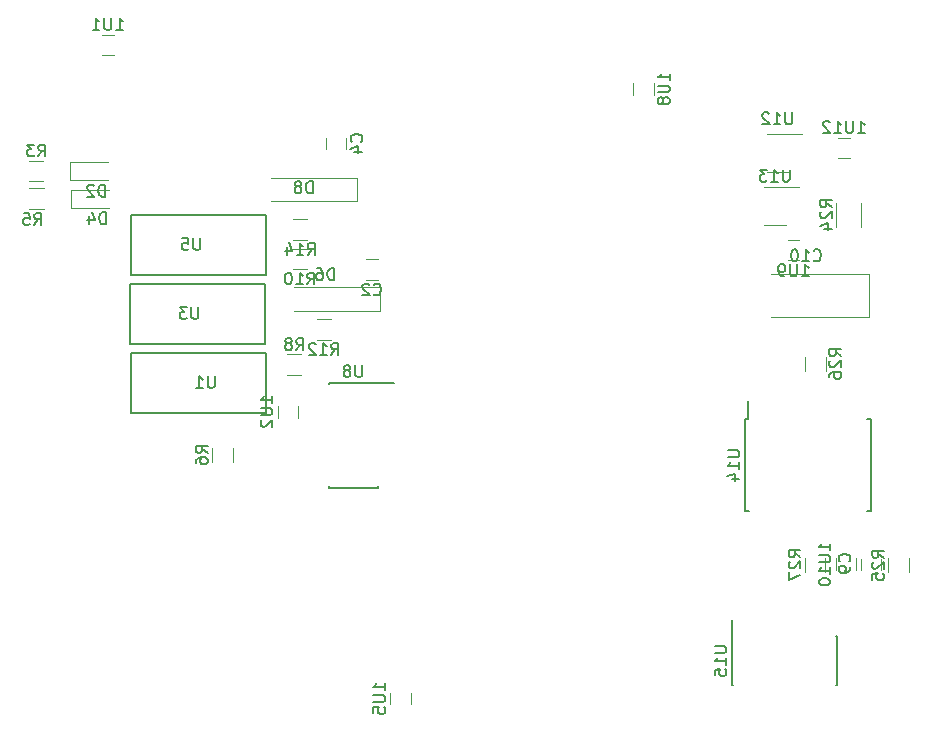
<source format=gbr>
%TF.GenerationSoftware,KiCad,Pcbnew,4.0.7*%
%TF.CreationDate,2018-03-19T17:58:48+01:00*%
%TF.ProjectId,dispenser,64697370656E7365722E6B696361645F,A*%
%TF.FileFunction,Legend,Bot*%
%FSLAX46Y46*%
G04 Gerber Fmt 4.6, Leading zero omitted, Abs format (unit mm)*
G04 Created by KiCad (PCBNEW 4.0.7) date 03/19/18 17:58:48*
%MOMM*%
%LPD*%
G01*
G04 APERTURE LIST*
%ADD10C,0.100000*%
%ADD11C,0.120000*%
%ADD12C,0.150000*%
G04 APERTURE END LIST*
D10*
D11*
X19870800Y52562000D02*
X16670800Y52562000D01*
X16670800Y51062000D02*
X19870800Y51062000D01*
X16670800Y51062000D02*
X16670800Y52562000D01*
X19263600Y65666800D02*
X20263600Y65666800D01*
X20263600Y63966800D02*
X19263600Y63966800D01*
X34153600Y33278000D02*
X34153600Y34278000D01*
X35853600Y34278000D02*
X35853600Y33278000D01*
X43704000Y8995600D02*
X43704000Y9995600D01*
X45404000Y9995600D02*
X45404000Y8995600D01*
X65978000Y61608400D02*
X65978000Y60608400D01*
X64278000Y60608400D02*
X64278000Y61608400D01*
X78328000Y46593200D02*
X77328000Y46593200D01*
X77328000Y48293200D02*
X78328000Y48293200D01*
X81397600Y20354800D02*
X81397600Y21354800D01*
X83097600Y21354800D02*
X83097600Y20354800D01*
X81595200Y56929200D02*
X82595200Y56929200D01*
X82595200Y55229200D02*
X81595200Y55229200D01*
X42615600Y44967600D02*
X41615600Y44967600D01*
X41615600Y46667600D02*
X42615600Y46667600D01*
X39968400Y56985600D02*
X39968400Y55985600D01*
X38268400Y55985600D02*
X38268400Y56985600D01*
X83531200Y20344000D02*
X83531200Y21344000D01*
X85231200Y21344000D02*
X85231200Y20344000D01*
X84196492Y45470668D02*
X75896492Y45470668D01*
X84196492Y41770668D02*
X75896492Y41770668D01*
X84196492Y45470668D02*
X84196492Y41770668D01*
X19798400Y54898800D02*
X16598400Y54898800D01*
X16598400Y53398800D02*
X19798400Y53398800D01*
X16598400Y53398800D02*
X16598400Y54898800D01*
X35555600Y44328400D02*
X42855600Y44328400D01*
X42855600Y44328400D02*
X42855600Y42328400D01*
X42855600Y42328400D02*
X35555600Y42328400D01*
X33574400Y53574000D02*
X40874400Y53574000D01*
X40874400Y53574000D02*
X40874400Y51574000D01*
X40874400Y51574000D02*
X33574400Y51574000D01*
X13118400Y53268800D02*
X14318400Y53268800D01*
X14318400Y55028800D02*
X13118400Y55028800D01*
X13140000Y50932000D02*
X14340000Y50932000D01*
X14340000Y52692000D02*
X13140000Y52692000D01*
X30346400Y29520400D02*
X30346400Y30720400D01*
X28586400Y30720400D02*
X28586400Y29520400D01*
X34962400Y36860400D02*
X36162400Y36860400D01*
X36162400Y38620400D02*
X34962400Y38620400D01*
X36627101Y47584691D02*
X35427101Y47584691D01*
X35427101Y45824691D02*
X36627101Y45824691D01*
X38651600Y41617600D02*
X37451600Y41617600D01*
X37451600Y39857600D02*
X38651600Y39857600D01*
X36670400Y50101200D02*
X35470400Y50101200D01*
X35470400Y48341200D02*
X36670400Y48341200D01*
X83547892Y49453268D02*
X83547892Y51453268D01*
X81407892Y51453268D02*
X81407892Y49453268D01*
X87598000Y20173200D02*
X87598000Y21373200D01*
X85838000Y21373200D02*
X85838000Y20173200D01*
X78827600Y38442000D02*
X78827600Y37242000D01*
X80587600Y37242000D02*
X80587600Y38442000D01*
X80536800Y20224000D02*
X80536800Y21424000D01*
X78776800Y21424000D02*
X78776800Y20224000D01*
D12*
X31861501Y38779891D02*
X21701501Y38779891D01*
X21701501Y38779891D02*
X21701501Y33699891D01*
X21701501Y33699891D02*
X33131501Y33699891D01*
X33131501Y33699891D02*
X33131501Y38779891D01*
X33131501Y38779891D02*
X31861501Y38779891D01*
X22950301Y39541891D02*
X33110301Y39541891D01*
X33110301Y39541891D02*
X33110301Y44621891D01*
X33110301Y44621891D02*
X21680301Y44621891D01*
X21680301Y44621891D02*
X21680301Y39541891D01*
X21680301Y39541891D02*
X22950301Y39541891D01*
X23022301Y45383891D02*
X33182301Y45383891D01*
X33182301Y45383891D02*
X33182301Y50463891D01*
X33182301Y50463891D02*
X21752301Y50463891D01*
X21752301Y50463891D02*
X21752301Y45383891D01*
X21752301Y45383891D02*
X23022301Y45383891D01*
X42615800Y36246800D02*
X42615800Y36221800D01*
X38465800Y36246800D02*
X38465800Y36131800D01*
X38465800Y27346800D02*
X38465800Y27461800D01*
X42615800Y27346800D02*
X42615800Y27461800D01*
X42615800Y36246800D02*
X38465800Y36246800D01*
X42615800Y27346800D02*
X38465800Y27346800D01*
X42615800Y36221800D02*
X43990800Y36221800D01*
D11*
X77371532Y54056206D02*
X75571532Y54056206D01*
X75571532Y57276206D02*
X78521532Y57276206D01*
X77154892Y49605268D02*
X75354892Y49605268D01*
X75354892Y52825268D02*
X78304892Y52825268D01*
D12*
X73722200Y33131800D02*
X73997200Y33131800D01*
X73722200Y25381800D02*
X74077200Y25381800D01*
X84372200Y25381800D02*
X84017200Y25381800D01*
X84372200Y33131800D02*
X84017200Y33131800D01*
X73722200Y33131800D02*
X73722200Y25381800D01*
X84372200Y33131800D02*
X84372200Y25381800D01*
X73997200Y33131800D02*
X73997200Y34656800D01*
X72616000Y14771000D02*
X72641000Y14771000D01*
X72616000Y10621000D02*
X72731000Y10621000D01*
X81516000Y10621000D02*
X81401000Y10621000D01*
X81516000Y14771000D02*
X81401000Y14771000D01*
X72616000Y14771000D02*
X72616000Y10621000D01*
X81516000Y14771000D02*
X81516000Y10621000D01*
X72641000Y14771000D02*
X72641000Y16146000D01*
X19608895Y49659619D02*
X19608895Y50659619D01*
X19370800Y50659619D01*
X19227942Y50612000D01*
X19132704Y50516762D01*
X19085085Y50421524D01*
X19037466Y50231048D01*
X19037466Y50088190D01*
X19085085Y49897714D01*
X19132704Y49802476D01*
X19227942Y49707238D01*
X19370800Y49659619D01*
X19608895Y49659619D01*
X18180323Y50326286D02*
X18180323Y49659619D01*
X18418419Y50707238D02*
X18656514Y49992952D01*
X18037466Y49992952D01*
X20477885Y66114419D02*
X21049314Y66114419D01*
X20763600Y66114419D02*
X20763600Y67114419D01*
X20858838Y66971562D01*
X20954076Y66876324D01*
X21049314Y66828705D01*
X20049314Y67114419D02*
X20049314Y66304895D01*
X20001695Y66209657D01*
X19954076Y66162038D01*
X19858838Y66114419D01*
X19668361Y66114419D01*
X19573123Y66162038D01*
X19525504Y66209657D01*
X19477885Y66304895D01*
X19477885Y67114419D01*
X18477885Y66114419D02*
X19049314Y66114419D01*
X18763600Y66114419D02*
X18763600Y67114419D01*
X18858838Y66971562D01*
X18954076Y66876324D01*
X19049314Y66828705D01*
X33705981Y34492285D02*
X33705981Y35063714D01*
X33705981Y34778000D02*
X32705981Y34778000D01*
X32848838Y34873238D01*
X32944076Y34968476D01*
X32991695Y35063714D01*
X32705981Y34063714D02*
X33515505Y34063714D01*
X33610743Y34016095D01*
X33658362Y33968476D01*
X33705981Y33873238D01*
X33705981Y33682761D01*
X33658362Y33587523D01*
X33610743Y33539904D01*
X33515505Y33492285D01*
X32705981Y33492285D01*
X32801219Y33063714D02*
X32753600Y33016095D01*
X32705981Y32920857D01*
X32705981Y32682761D01*
X32753600Y32587523D01*
X32801219Y32539904D01*
X32896457Y32492285D01*
X32991695Y32492285D01*
X33134552Y32539904D01*
X33705981Y33111333D01*
X33705981Y32492285D01*
X43256381Y10209885D02*
X43256381Y10781314D01*
X43256381Y10495600D02*
X42256381Y10495600D01*
X42399238Y10590838D01*
X42494476Y10686076D01*
X42542095Y10781314D01*
X42256381Y9781314D02*
X43065905Y9781314D01*
X43161143Y9733695D01*
X43208762Y9686076D01*
X43256381Y9590838D01*
X43256381Y9400361D01*
X43208762Y9305123D01*
X43161143Y9257504D01*
X43065905Y9209885D01*
X42256381Y9209885D01*
X42256381Y8257504D02*
X42256381Y8733695D01*
X42732571Y8781314D01*
X42684952Y8733695D01*
X42637333Y8638457D01*
X42637333Y8400361D01*
X42684952Y8305123D01*
X42732571Y8257504D01*
X42827810Y8209885D01*
X43065905Y8209885D01*
X43161143Y8257504D01*
X43208762Y8305123D01*
X43256381Y8400361D01*
X43256381Y8638457D01*
X43208762Y8733695D01*
X43161143Y8781314D01*
X67330381Y61822685D02*
X67330381Y62394114D01*
X67330381Y62108400D02*
X66330381Y62108400D01*
X66473238Y62203638D01*
X66568476Y62298876D01*
X66616095Y62394114D01*
X66330381Y61394114D02*
X67139905Y61394114D01*
X67235143Y61346495D01*
X67282762Y61298876D01*
X67330381Y61203638D01*
X67330381Y61013161D01*
X67282762Y60917923D01*
X67235143Y60870304D01*
X67139905Y60822685D01*
X66330381Y60822685D01*
X66758952Y60203638D02*
X66711333Y60298876D01*
X66663714Y60346495D01*
X66568476Y60394114D01*
X66520857Y60394114D01*
X66425619Y60346495D01*
X66378000Y60298876D01*
X66330381Y60203638D01*
X66330381Y60013161D01*
X66378000Y59917923D01*
X66425619Y59870304D01*
X66520857Y59822685D01*
X66568476Y59822685D01*
X66663714Y59870304D01*
X66711333Y59917923D01*
X66758952Y60013161D01*
X66758952Y60203638D01*
X66806571Y60298876D01*
X66854190Y60346495D01*
X66949429Y60394114D01*
X67139905Y60394114D01*
X67235143Y60346495D01*
X67282762Y60298876D01*
X67330381Y60203638D01*
X67330381Y60013161D01*
X67282762Y59917923D01*
X67235143Y59870304D01*
X67139905Y59822685D01*
X66949429Y59822685D01*
X66854190Y59870304D01*
X66806571Y59917923D01*
X66758952Y60013161D01*
X78542285Y45240819D02*
X79113714Y45240819D01*
X78828000Y45240819D02*
X78828000Y46240819D01*
X78923238Y46097962D01*
X79018476Y46002724D01*
X79113714Y45955105D01*
X78113714Y46240819D02*
X78113714Y45431295D01*
X78066095Y45336057D01*
X78018476Y45288438D01*
X77923238Y45240819D01*
X77732761Y45240819D01*
X77637523Y45288438D01*
X77589904Y45336057D01*
X77542285Y45431295D01*
X77542285Y46240819D01*
X77018476Y45240819D02*
X76828000Y45240819D01*
X76732761Y45288438D01*
X76685142Y45336057D01*
X76589904Y45478914D01*
X76542285Y45669390D01*
X76542285Y46050343D01*
X76589904Y46145581D01*
X76637523Y46193200D01*
X76732761Y46240819D01*
X76923238Y46240819D01*
X77018476Y46193200D01*
X77066095Y46145581D01*
X77113714Y46050343D01*
X77113714Y45812248D01*
X77066095Y45717010D01*
X77018476Y45669390D01*
X76923238Y45621771D01*
X76732761Y45621771D01*
X76637523Y45669390D01*
X76589904Y45717010D01*
X76542285Y45812248D01*
X80949981Y22045276D02*
X80949981Y22616705D01*
X80949981Y22330991D02*
X79949981Y22330991D01*
X80092838Y22426229D01*
X80188076Y22521467D01*
X80235695Y22616705D01*
X79949981Y21616705D02*
X80759505Y21616705D01*
X80854743Y21569086D01*
X80902362Y21521467D01*
X80949981Y21426229D01*
X80949981Y21235752D01*
X80902362Y21140514D01*
X80854743Y21092895D01*
X80759505Y21045276D01*
X79949981Y21045276D01*
X80949981Y20045276D02*
X80949981Y20616705D01*
X80949981Y20330991D02*
X79949981Y20330991D01*
X80092838Y20426229D01*
X80188076Y20521467D01*
X80235695Y20616705D01*
X79949981Y19426229D02*
X79949981Y19330990D01*
X79997600Y19235752D01*
X80045219Y19188133D01*
X80140457Y19140514D01*
X80330933Y19092895D01*
X80569029Y19092895D01*
X80759505Y19140514D01*
X80854743Y19188133D01*
X80902362Y19235752D01*
X80949981Y19330990D01*
X80949981Y19426229D01*
X80902362Y19521467D01*
X80854743Y19569086D01*
X80759505Y19616705D01*
X80569029Y19664324D01*
X80330933Y19664324D01*
X80140457Y19616705D01*
X80045219Y19569086D01*
X79997600Y19521467D01*
X79949981Y19426229D01*
X83285676Y57376819D02*
X83857105Y57376819D01*
X83571391Y57376819D02*
X83571391Y58376819D01*
X83666629Y58233962D01*
X83761867Y58138724D01*
X83857105Y58091105D01*
X82857105Y58376819D02*
X82857105Y57567295D01*
X82809486Y57472057D01*
X82761867Y57424438D01*
X82666629Y57376819D01*
X82476152Y57376819D01*
X82380914Y57424438D01*
X82333295Y57472057D01*
X82285676Y57567295D01*
X82285676Y58376819D01*
X81285676Y57376819D02*
X81857105Y57376819D01*
X81571391Y57376819D02*
X81571391Y58376819D01*
X81666629Y58233962D01*
X81761867Y58138724D01*
X81857105Y58091105D01*
X80904724Y58281581D02*
X80857105Y58329200D01*
X80761867Y58376819D01*
X80523771Y58376819D01*
X80428533Y58329200D01*
X80380914Y58281581D01*
X80333295Y58186343D01*
X80333295Y58091105D01*
X80380914Y57948248D01*
X80952343Y57376819D01*
X80333295Y57376819D01*
X42282266Y43710457D02*
X42329885Y43662838D01*
X42472742Y43615219D01*
X42567980Y43615219D01*
X42710838Y43662838D01*
X42806076Y43758076D01*
X42853695Y43853314D01*
X42901314Y44043790D01*
X42901314Y44186648D01*
X42853695Y44377124D01*
X42806076Y44472362D01*
X42710838Y44567600D01*
X42567980Y44615219D01*
X42472742Y44615219D01*
X42329885Y44567600D01*
X42282266Y44519981D01*
X41901314Y44519981D02*
X41853695Y44567600D01*
X41758457Y44615219D01*
X41520361Y44615219D01*
X41425123Y44567600D01*
X41377504Y44519981D01*
X41329885Y44424743D01*
X41329885Y44329505D01*
X41377504Y44186648D01*
X41948933Y43615219D01*
X41329885Y43615219D01*
X41225543Y56652266D02*
X41273162Y56699885D01*
X41320781Y56842742D01*
X41320781Y56937980D01*
X41273162Y57080838D01*
X41177924Y57176076D01*
X41082686Y57223695D01*
X40892210Y57271314D01*
X40749352Y57271314D01*
X40558876Y57223695D01*
X40463638Y57176076D01*
X40368400Y57080838D01*
X40320781Y56937980D01*
X40320781Y56842742D01*
X40368400Y56699885D01*
X40416019Y56652266D01*
X40654114Y55795123D02*
X41320781Y55795123D01*
X40273162Y56033219D02*
X40987448Y56271314D01*
X40987448Y55652266D01*
X82553943Y21112266D02*
X82601562Y21159885D01*
X82649181Y21302742D01*
X82649181Y21397980D01*
X82601562Y21540838D01*
X82506324Y21636076D01*
X82411086Y21683695D01*
X82220610Y21731314D01*
X82077752Y21731314D01*
X81887276Y21683695D01*
X81792038Y21636076D01*
X81696800Y21540838D01*
X81649181Y21397980D01*
X81649181Y21302742D01*
X81696800Y21159885D01*
X81744419Y21112266D01*
X82649181Y20636076D02*
X82649181Y20445600D01*
X82601562Y20350361D01*
X82553943Y20302742D01*
X82411086Y20207504D01*
X82220610Y20159885D01*
X81839657Y20159885D01*
X81744419Y20207504D01*
X81696800Y20255123D01*
X81649181Y20350361D01*
X81649181Y20540838D01*
X81696800Y20636076D01*
X81744419Y20683695D01*
X81839657Y20731314D01*
X82077752Y20731314D01*
X82172990Y20683695D01*
X82220610Y20636076D01*
X82268229Y20540838D01*
X82268229Y20350361D01*
X82220610Y20255123D01*
X82172990Y20207504D01*
X82077752Y20159885D01*
X79539349Y46613525D02*
X79586968Y46565906D01*
X79729825Y46518287D01*
X79825063Y46518287D01*
X79967921Y46565906D01*
X80063159Y46661144D01*
X80110778Y46756382D01*
X80158397Y46946858D01*
X80158397Y47089716D01*
X80110778Y47280192D01*
X80063159Y47375430D01*
X79967921Y47470668D01*
X79825063Y47518287D01*
X79729825Y47518287D01*
X79586968Y47470668D01*
X79539349Y47423049D01*
X78586968Y46518287D02*
X79158397Y46518287D01*
X78872683Y46518287D02*
X78872683Y47518287D01*
X78967921Y47375430D01*
X79063159Y47280192D01*
X79158397Y47232573D01*
X77967921Y47518287D02*
X77872682Y47518287D01*
X77777444Y47470668D01*
X77729825Y47423049D01*
X77682206Y47327811D01*
X77634587Y47137335D01*
X77634587Y46899239D01*
X77682206Y46708763D01*
X77729825Y46613525D01*
X77777444Y46565906D01*
X77872682Y46518287D01*
X77967921Y46518287D01*
X78063159Y46565906D01*
X78110778Y46613525D01*
X78158397Y46708763D01*
X78206016Y46899239D01*
X78206016Y47137335D01*
X78158397Y47327811D01*
X78110778Y47423049D01*
X78063159Y47470668D01*
X77967921Y47518287D01*
X19536495Y51996419D02*
X19536495Y52996419D01*
X19298400Y52996419D01*
X19155542Y52948800D01*
X19060304Y52853562D01*
X19012685Y52758324D01*
X18965066Y52567848D01*
X18965066Y52424990D01*
X19012685Y52234514D01*
X19060304Y52139276D01*
X19155542Y52044038D01*
X19298400Y51996419D01*
X19536495Y51996419D01*
X18584114Y52901181D02*
X18536495Y52948800D01*
X18441257Y52996419D01*
X18203161Y52996419D01*
X18107923Y52948800D01*
X18060304Y52901181D01*
X18012685Y52805943D01*
X18012685Y52710705D01*
X18060304Y52567848D01*
X18631733Y51996419D01*
X18012685Y51996419D01*
X38942095Y44908019D02*
X38942095Y45908019D01*
X38704000Y45908019D01*
X38561142Y45860400D01*
X38465904Y45765162D01*
X38418285Y45669924D01*
X38370666Y45479448D01*
X38370666Y45336590D01*
X38418285Y45146114D01*
X38465904Y45050876D01*
X38561142Y44955638D01*
X38704000Y44908019D01*
X38942095Y44908019D01*
X37513523Y45908019D02*
X37704000Y45908019D01*
X37799238Y45860400D01*
X37846857Y45812781D01*
X37942095Y45669924D01*
X37989714Y45479448D01*
X37989714Y45098495D01*
X37942095Y45003257D01*
X37894476Y44955638D01*
X37799238Y44908019D01*
X37608761Y44908019D01*
X37513523Y44955638D01*
X37465904Y45003257D01*
X37418285Y45098495D01*
X37418285Y45336590D01*
X37465904Y45431829D01*
X37513523Y45479448D01*
X37608761Y45527067D01*
X37799238Y45527067D01*
X37894476Y45479448D01*
X37942095Y45431829D01*
X37989714Y45336590D01*
X37113295Y52274019D02*
X37113295Y53274019D01*
X36875200Y53274019D01*
X36732342Y53226400D01*
X36637104Y53131162D01*
X36589485Y53035924D01*
X36541866Y52845448D01*
X36541866Y52702590D01*
X36589485Y52512114D01*
X36637104Y52416876D01*
X36732342Y52321638D01*
X36875200Y52274019D01*
X37113295Y52274019D01*
X35970438Y52845448D02*
X36065676Y52893067D01*
X36113295Y52940686D01*
X36160914Y53035924D01*
X36160914Y53083543D01*
X36113295Y53178781D01*
X36065676Y53226400D01*
X35970438Y53274019D01*
X35779961Y53274019D01*
X35684723Y53226400D01*
X35637104Y53178781D01*
X35589485Y53083543D01*
X35589485Y53035924D01*
X35637104Y52940686D01*
X35684723Y52893067D01*
X35779961Y52845448D01*
X35970438Y52845448D01*
X36065676Y52797829D01*
X36113295Y52750210D01*
X36160914Y52654971D01*
X36160914Y52464495D01*
X36113295Y52369257D01*
X36065676Y52321638D01*
X35970438Y52274019D01*
X35779961Y52274019D01*
X35684723Y52321638D01*
X35637104Y52369257D01*
X35589485Y52464495D01*
X35589485Y52654971D01*
X35637104Y52750210D01*
X35684723Y52797829D01*
X35779961Y52845448D01*
X13885066Y55396419D02*
X14218400Y55872610D01*
X14456495Y55396419D02*
X14456495Y56396419D01*
X14075542Y56396419D01*
X13980304Y56348800D01*
X13932685Y56301181D01*
X13885066Y56205943D01*
X13885066Y56063086D01*
X13932685Y55967848D01*
X13980304Y55920229D01*
X14075542Y55872610D01*
X14456495Y55872610D01*
X13551733Y56396419D02*
X12932685Y56396419D01*
X13266019Y56015467D01*
X13123161Y56015467D01*
X13027923Y55967848D01*
X12980304Y55920229D01*
X12932685Y55824990D01*
X12932685Y55586895D01*
X12980304Y55491657D01*
X13027923Y55444038D01*
X13123161Y55396419D01*
X13408876Y55396419D01*
X13504114Y55444038D01*
X13551733Y55491657D01*
X13551066Y49581619D02*
X13884400Y50057810D01*
X14122495Y49581619D02*
X14122495Y50581619D01*
X13741542Y50581619D01*
X13646304Y50534000D01*
X13598685Y50486381D01*
X13551066Y50391143D01*
X13551066Y50248286D01*
X13598685Y50153048D01*
X13646304Y50105429D01*
X13741542Y50057810D01*
X14122495Y50057810D01*
X12646304Y50581619D02*
X13122495Y50581619D01*
X13170114Y50105429D01*
X13122495Y50153048D01*
X13027257Y50200667D01*
X12789161Y50200667D01*
X12693923Y50153048D01*
X12646304Y50105429D01*
X12598685Y50010190D01*
X12598685Y49772095D01*
X12646304Y49676857D01*
X12693923Y49629238D01*
X12789161Y49581619D01*
X13027257Y49581619D01*
X13122495Y49629238D01*
X13170114Y49676857D01*
X28218781Y30287066D02*
X27742590Y30620400D01*
X28218781Y30858495D02*
X27218781Y30858495D01*
X27218781Y30477542D01*
X27266400Y30382304D01*
X27314019Y30334685D01*
X27409257Y30287066D01*
X27552114Y30287066D01*
X27647352Y30334685D01*
X27694971Y30382304D01*
X27742590Y30477542D01*
X27742590Y30858495D01*
X27218781Y29429923D02*
X27218781Y29620400D01*
X27266400Y29715638D01*
X27314019Y29763257D01*
X27456876Y29858495D01*
X27647352Y29906114D01*
X28028305Y29906114D01*
X28123543Y29858495D01*
X28171162Y29810876D01*
X28218781Y29715638D01*
X28218781Y29525161D01*
X28171162Y29429923D01*
X28123543Y29382304D01*
X28028305Y29334685D01*
X27790210Y29334685D01*
X27694971Y29382304D01*
X27647352Y29429923D01*
X27599733Y29525161D01*
X27599733Y29715638D01*
X27647352Y29810876D01*
X27694971Y29858495D01*
X27790210Y29906114D01*
X35729066Y38988019D02*
X36062400Y39464210D01*
X36300495Y38988019D02*
X36300495Y39988019D01*
X35919542Y39988019D01*
X35824304Y39940400D01*
X35776685Y39892781D01*
X35729066Y39797543D01*
X35729066Y39654686D01*
X35776685Y39559448D01*
X35824304Y39511829D01*
X35919542Y39464210D01*
X36300495Y39464210D01*
X35157638Y39559448D02*
X35252876Y39607067D01*
X35300495Y39654686D01*
X35348114Y39749924D01*
X35348114Y39797543D01*
X35300495Y39892781D01*
X35252876Y39940400D01*
X35157638Y39988019D01*
X34967161Y39988019D01*
X34871923Y39940400D01*
X34824304Y39892781D01*
X34776685Y39797543D01*
X34776685Y39749924D01*
X34824304Y39654686D01*
X34871923Y39607067D01*
X34967161Y39559448D01*
X35157638Y39559448D01*
X35252876Y39511829D01*
X35300495Y39464210D01*
X35348114Y39368971D01*
X35348114Y39178495D01*
X35300495Y39083257D01*
X35252876Y39035638D01*
X35157638Y38988019D01*
X34967161Y38988019D01*
X34871923Y39035638D01*
X34824304Y39083257D01*
X34776685Y39178495D01*
X34776685Y39368971D01*
X34824304Y39464210D01*
X34871923Y39511829D01*
X34967161Y39559448D01*
X36669958Y44552310D02*
X37003292Y45028501D01*
X37241387Y44552310D02*
X37241387Y45552310D01*
X36860434Y45552310D01*
X36765196Y45504691D01*
X36717577Y45457072D01*
X36669958Y45361834D01*
X36669958Y45218977D01*
X36717577Y45123739D01*
X36765196Y45076120D01*
X36860434Y45028501D01*
X37241387Y45028501D01*
X35717577Y44552310D02*
X36289006Y44552310D01*
X36003292Y44552310D02*
X36003292Y45552310D01*
X36098530Y45409453D01*
X36193768Y45314215D01*
X36289006Y45266596D01*
X35098530Y45552310D02*
X35003291Y45552310D01*
X34908053Y45504691D01*
X34860434Y45457072D01*
X34812815Y45361834D01*
X34765196Y45171358D01*
X34765196Y44933262D01*
X34812815Y44742786D01*
X34860434Y44647548D01*
X34908053Y44599929D01*
X35003291Y44552310D01*
X35098530Y44552310D01*
X35193768Y44599929D01*
X35241387Y44647548D01*
X35289006Y44742786D01*
X35336625Y44933262D01*
X35336625Y45171358D01*
X35289006Y45361834D01*
X35241387Y45457072D01*
X35193768Y45504691D01*
X35098530Y45552310D01*
X38694457Y38585219D02*
X39027791Y39061410D01*
X39265886Y38585219D02*
X39265886Y39585219D01*
X38884933Y39585219D01*
X38789695Y39537600D01*
X38742076Y39489981D01*
X38694457Y39394743D01*
X38694457Y39251886D01*
X38742076Y39156648D01*
X38789695Y39109029D01*
X38884933Y39061410D01*
X39265886Y39061410D01*
X37742076Y38585219D02*
X38313505Y38585219D01*
X38027791Y38585219D02*
X38027791Y39585219D01*
X38123029Y39442362D01*
X38218267Y39347124D01*
X38313505Y39299505D01*
X37361124Y39489981D02*
X37313505Y39537600D01*
X37218267Y39585219D01*
X36980171Y39585219D01*
X36884933Y39537600D01*
X36837314Y39489981D01*
X36789695Y39394743D01*
X36789695Y39299505D01*
X36837314Y39156648D01*
X37408743Y38585219D01*
X36789695Y38585219D01*
X36713257Y47068819D02*
X37046591Y47545010D01*
X37284686Y47068819D02*
X37284686Y48068819D01*
X36903733Y48068819D01*
X36808495Y48021200D01*
X36760876Y47973581D01*
X36713257Y47878343D01*
X36713257Y47735486D01*
X36760876Y47640248D01*
X36808495Y47592629D01*
X36903733Y47545010D01*
X37284686Y47545010D01*
X35760876Y47068819D02*
X36332305Y47068819D01*
X36046591Y47068819D02*
X36046591Y48068819D01*
X36141829Y47925962D01*
X36237067Y47830724D01*
X36332305Y47783105D01*
X34903733Y47735486D02*
X34903733Y47068819D01*
X35141829Y48116438D02*
X35379924Y47402152D01*
X34760876Y47402152D01*
X81080273Y51096125D02*
X80604082Y51429459D01*
X81080273Y51667554D02*
X80080273Y51667554D01*
X80080273Y51286601D01*
X80127892Y51191363D01*
X80175511Y51143744D01*
X80270749Y51096125D01*
X80413606Y51096125D01*
X80508844Y51143744D01*
X80556463Y51191363D01*
X80604082Y51286601D01*
X80604082Y51667554D01*
X80175511Y50715173D02*
X80127892Y50667554D01*
X80080273Y50572316D01*
X80080273Y50334220D01*
X80127892Y50238982D01*
X80175511Y50191363D01*
X80270749Y50143744D01*
X80365987Y50143744D01*
X80508844Y50191363D01*
X81080273Y50762792D01*
X81080273Y50143744D01*
X80413606Y49286601D02*
X81080273Y49286601D01*
X80032654Y49524697D02*
X80746940Y49762792D01*
X80746940Y49143744D01*
X85470381Y21416057D02*
X84994190Y21749391D01*
X85470381Y21987486D02*
X84470381Y21987486D01*
X84470381Y21606533D01*
X84518000Y21511295D01*
X84565619Y21463676D01*
X84660857Y21416057D01*
X84803714Y21416057D01*
X84898952Y21463676D01*
X84946571Y21511295D01*
X84994190Y21606533D01*
X84994190Y21987486D01*
X84565619Y21035105D02*
X84518000Y20987486D01*
X84470381Y20892248D01*
X84470381Y20654152D01*
X84518000Y20558914D01*
X84565619Y20511295D01*
X84660857Y20463676D01*
X84756095Y20463676D01*
X84898952Y20511295D01*
X85470381Y21082724D01*
X85470381Y20463676D01*
X84470381Y19558914D02*
X84470381Y20035105D01*
X84946571Y20082724D01*
X84898952Y20035105D01*
X84851333Y19939867D01*
X84851333Y19701771D01*
X84898952Y19606533D01*
X84946571Y19558914D01*
X85041810Y19511295D01*
X85279905Y19511295D01*
X85375143Y19558914D01*
X85422762Y19606533D01*
X85470381Y19701771D01*
X85470381Y19939867D01*
X85422762Y20035105D01*
X85375143Y20082724D01*
X81859981Y38484857D02*
X81383790Y38818191D01*
X81859981Y39056286D02*
X80859981Y39056286D01*
X80859981Y38675333D01*
X80907600Y38580095D01*
X80955219Y38532476D01*
X81050457Y38484857D01*
X81193314Y38484857D01*
X81288552Y38532476D01*
X81336171Y38580095D01*
X81383790Y38675333D01*
X81383790Y39056286D01*
X80955219Y38103905D02*
X80907600Y38056286D01*
X80859981Y37961048D01*
X80859981Y37722952D01*
X80907600Y37627714D01*
X80955219Y37580095D01*
X81050457Y37532476D01*
X81145695Y37532476D01*
X81288552Y37580095D01*
X81859981Y38151524D01*
X81859981Y37532476D01*
X80859981Y36675333D02*
X80859981Y36865810D01*
X80907600Y36961048D01*
X80955219Y37008667D01*
X81098076Y37103905D01*
X81288552Y37151524D01*
X81669505Y37151524D01*
X81764743Y37103905D01*
X81812362Y37056286D01*
X81859981Y36961048D01*
X81859981Y36770571D01*
X81812362Y36675333D01*
X81764743Y36627714D01*
X81669505Y36580095D01*
X81431410Y36580095D01*
X81336171Y36627714D01*
X81288552Y36675333D01*
X81240933Y36770571D01*
X81240933Y36961048D01*
X81288552Y37056286D01*
X81336171Y37103905D01*
X81431410Y37151524D01*
X78409181Y21466857D02*
X77932990Y21800191D01*
X78409181Y22038286D02*
X77409181Y22038286D01*
X77409181Y21657333D01*
X77456800Y21562095D01*
X77504419Y21514476D01*
X77599657Y21466857D01*
X77742514Y21466857D01*
X77837752Y21514476D01*
X77885371Y21562095D01*
X77932990Y21657333D01*
X77932990Y22038286D01*
X77504419Y21085905D02*
X77456800Y21038286D01*
X77409181Y20943048D01*
X77409181Y20704952D01*
X77456800Y20609714D01*
X77504419Y20562095D01*
X77599657Y20514476D01*
X77694895Y20514476D01*
X77837752Y20562095D01*
X78409181Y21133524D01*
X78409181Y20514476D01*
X77409181Y20181143D02*
X77409181Y19514476D01*
X78409181Y19943048D01*
X28813406Y36787510D02*
X28813406Y35977986D01*
X28765787Y35882748D01*
X28718168Y35835129D01*
X28622930Y35787510D01*
X28432453Y35787510D01*
X28337215Y35835129D01*
X28289596Y35882748D01*
X28241977Y35977986D01*
X28241977Y36787510D01*
X27241977Y35787510D02*
X27813406Y35787510D01*
X27527692Y35787510D02*
X27527692Y36787510D01*
X27622930Y36644653D01*
X27718168Y36549415D01*
X27813406Y36501796D01*
X27420606Y42629510D02*
X27420606Y41819986D01*
X27372987Y41724748D01*
X27325368Y41677129D01*
X27230130Y41629510D01*
X27039653Y41629510D01*
X26944415Y41677129D01*
X26896796Y41724748D01*
X26849177Y41819986D01*
X26849177Y42629510D01*
X26468225Y42629510D02*
X25849177Y42629510D01*
X26182511Y42248558D01*
X26039653Y42248558D01*
X25944415Y42200939D01*
X25896796Y42153320D01*
X25849177Y42058081D01*
X25849177Y41819986D01*
X25896796Y41724748D01*
X25944415Y41677129D01*
X26039653Y41629510D01*
X26325368Y41629510D01*
X26420606Y41677129D01*
X26468225Y41724748D01*
X27594206Y48471510D02*
X27594206Y47661986D01*
X27546587Y47566748D01*
X27498968Y47519129D01*
X27403730Y47471510D01*
X27213253Y47471510D01*
X27118015Y47519129D01*
X27070396Y47566748D01*
X27022777Y47661986D01*
X27022777Y48471510D01*
X26070396Y48471510D02*
X26546587Y48471510D01*
X26594206Y47995320D01*
X26546587Y48042939D01*
X26451349Y48090558D01*
X26213253Y48090558D01*
X26118015Y48042939D01*
X26070396Y47995320D01*
X26022777Y47900081D01*
X26022777Y47661986D01*
X26070396Y47566748D01*
X26118015Y47519129D01*
X26213253Y47471510D01*
X26451349Y47471510D01*
X26546587Y47519129D01*
X26594206Y47566748D01*
X41302705Y37719419D02*
X41302705Y36909895D01*
X41255086Y36814657D01*
X41207467Y36767038D01*
X41112229Y36719419D01*
X40921752Y36719419D01*
X40826514Y36767038D01*
X40778895Y36814657D01*
X40731276Y36909895D01*
X40731276Y37719419D01*
X40112229Y37290848D02*
X40207467Y37338467D01*
X40255086Y37386086D01*
X40302705Y37481324D01*
X40302705Y37528943D01*
X40255086Y37624181D01*
X40207467Y37671800D01*
X40112229Y37719419D01*
X39921752Y37719419D01*
X39826514Y37671800D01*
X39778895Y37624181D01*
X39731276Y37528943D01*
X39731276Y37481324D01*
X39778895Y37386086D01*
X39826514Y37338467D01*
X39921752Y37290848D01*
X40112229Y37290848D01*
X40207467Y37243229D01*
X40255086Y37195610D01*
X40302705Y37100371D01*
X40302705Y36909895D01*
X40255086Y36814657D01*
X40207467Y36767038D01*
X40112229Y36719419D01*
X39921752Y36719419D01*
X39826514Y36767038D01*
X39778895Y36814657D01*
X39731276Y36909895D01*
X39731276Y37100371D01*
X39778895Y37195610D01*
X39826514Y37243229D01*
X39921752Y37290848D01*
X77709627Y59113825D02*
X77709627Y58304301D01*
X77662008Y58209063D01*
X77614389Y58161444D01*
X77519151Y58113825D01*
X77328674Y58113825D01*
X77233436Y58161444D01*
X77185817Y58209063D01*
X77138198Y58304301D01*
X77138198Y59113825D01*
X76138198Y58113825D02*
X76709627Y58113825D01*
X76423913Y58113825D02*
X76423913Y59113825D01*
X76519151Y58970968D01*
X76614389Y58875730D01*
X76709627Y58828111D01*
X75757246Y59018587D02*
X75709627Y59066206D01*
X75614389Y59113825D01*
X75376293Y59113825D01*
X75281055Y59066206D01*
X75233436Y59018587D01*
X75185817Y58923349D01*
X75185817Y58828111D01*
X75233436Y58685254D01*
X75804865Y58113825D01*
X75185817Y58113825D01*
X77492987Y54262887D02*
X77492987Y53453363D01*
X77445368Y53358125D01*
X77397749Y53310506D01*
X77302511Y53262887D01*
X77112034Y53262887D01*
X77016796Y53310506D01*
X76969177Y53358125D01*
X76921558Y53453363D01*
X76921558Y54262887D01*
X75921558Y53262887D02*
X76492987Y53262887D01*
X76207273Y53262887D02*
X76207273Y54262887D01*
X76302511Y54120030D01*
X76397749Y54024792D01*
X76492987Y53977173D01*
X75588225Y54262887D02*
X74969177Y54262887D01*
X75302511Y53881935D01*
X75159653Y53881935D01*
X75064415Y53834316D01*
X75016796Y53786697D01*
X74969177Y53691458D01*
X74969177Y53453363D01*
X75016796Y53358125D01*
X75064415Y53310506D01*
X75159653Y53262887D01*
X75445368Y53262887D01*
X75540606Y53310506D01*
X75588225Y53358125D01*
X72249581Y30494895D02*
X73059105Y30494895D01*
X73154343Y30447276D01*
X73201962Y30399657D01*
X73249581Y30304419D01*
X73249581Y30113942D01*
X73201962Y30018704D01*
X73154343Y29971085D01*
X73059105Y29923466D01*
X72249581Y29923466D01*
X73249581Y28923466D02*
X73249581Y29494895D01*
X73249581Y29209181D02*
X72249581Y29209181D01*
X72392438Y29304419D01*
X72487676Y29399657D01*
X72535295Y29494895D01*
X72582914Y28066323D02*
X73249581Y28066323D01*
X72201962Y28304419D02*
X72916248Y28542514D01*
X72916248Y27923466D01*
X71143381Y13934095D02*
X71952905Y13934095D01*
X72048143Y13886476D01*
X72095762Y13838857D01*
X72143381Y13743619D01*
X72143381Y13553142D01*
X72095762Y13457904D01*
X72048143Y13410285D01*
X71952905Y13362666D01*
X71143381Y13362666D01*
X72143381Y12362666D02*
X72143381Y12934095D01*
X72143381Y12648381D02*
X71143381Y12648381D01*
X71286238Y12743619D01*
X71381476Y12838857D01*
X71429095Y12934095D01*
X71143381Y11457904D02*
X71143381Y11934095D01*
X71619571Y11981714D01*
X71571952Y11934095D01*
X71524333Y11838857D01*
X71524333Y11600761D01*
X71571952Y11505523D01*
X71619571Y11457904D01*
X71714810Y11410285D01*
X71952905Y11410285D01*
X72048143Y11457904D01*
X72095762Y11505523D01*
X72143381Y11600761D01*
X72143381Y11838857D01*
X72095762Y11934095D01*
X72048143Y11981714D01*
M02*

</source>
